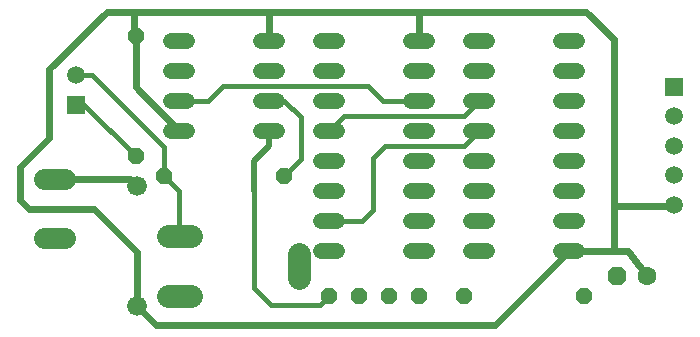
<source format=gbr>
G04 EAGLE Gerber RS-274X export*
G75*
%MOMM*%
%FSLAX34Y34*%
%LPD*%
%INTop Copper*%
%IPPOS*%
%AMOC8*
5,1,8,0,0,1.08239X$1,22.5*%
G01*
%ADD10P,1.429621X8X202.500000*%
%ADD11P,1.429621X8X22.500000*%
%ADD12C,1.320800*%
%ADD13P,1.429621X8X292.500000*%
%ADD14C,1.981200*%
%ADD15P,1.732040X8X202.500000*%
%ADD16C,1.600200*%
%ADD17C,1.676400*%
%ADD18R,1.508000X1.508000*%
%ADD19C,1.508000*%
%ADD20C,1.790700*%
%ADD21C,0.152400*%
%ADD22C,0.406400*%
%ADD23C,0.609600*%
%ADD24C,0.508000*%


D10*
X368300Y38100D03*
X342900Y38100D03*
D11*
X292100Y38100D03*
X317500Y38100D03*
D12*
X171704Y254000D02*
X158496Y254000D01*
X158496Y228600D02*
X171704Y228600D01*
X234696Y228600D02*
X247904Y228600D01*
X247904Y254000D02*
X234696Y254000D01*
X171704Y203200D02*
X158496Y203200D01*
X158496Y177800D02*
X171704Y177800D01*
X234696Y203200D02*
X247904Y203200D01*
X247904Y177800D02*
X234696Y177800D01*
X285496Y254000D02*
X298704Y254000D01*
X298704Y228600D02*
X285496Y228600D01*
X285496Y101600D02*
X298704Y101600D01*
X298704Y76200D02*
X285496Y76200D01*
X285496Y203200D02*
X298704Y203200D01*
X298704Y177800D02*
X285496Y177800D01*
X285496Y127000D02*
X298704Y127000D01*
X298704Y152400D02*
X285496Y152400D01*
X361696Y76200D02*
X374904Y76200D01*
X374904Y101600D02*
X361696Y101600D01*
X361696Y127000D02*
X374904Y127000D01*
X374904Y152400D02*
X361696Y152400D01*
X361696Y177800D02*
X374904Y177800D01*
X374904Y203200D02*
X361696Y203200D01*
X361696Y228600D02*
X374904Y228600D01*
X374904Y254000D02*
X361696Y254000D01*
X412496Y254000D02*
X425704Y254000D01*
X425704Y228600D02*
X412496Y228600D01*
X412496Y101600D02*
X425704Y101600D01*
X425704Y76200D02*
X412496Y76200D01*
X412496Y203200D02*
X425704Y203200D01*
X425704Y177800D02*
X412496Y177800D01*
X412496Y127000D02*
X425704Y127000D01*
X425704Y152400D02*
X412496Y152400D01*
X488696Y76200D02*
X501904Y76200D01*
X501904Y101600D02*
X488696Y101600D01*
X488696Y127000D02*
X501904Y127000D01*
X501904Y152400D02*
X488696Y152400D01*
X488696Y177800D02*
X501904Y177800D01*
X501904Y203200D02*
X488696Y203200D01*
X488696Y228600D02*
X501904Y228600D01*
X501904Y254000D02*
X488696Y254000D01*
D13*
X128270Y257810D03*
X128270Y156210D03*
D11*
X152400Y139700D03*
X254000Y139700D03*
D10*
X508000Y38100D03*
X406400Y38100D03*
D14*
X266700Y53594D02*
X266700Y73406D01*
X175006Y88900D02*
X155194Y88900D01*
X155194Y38100D02*
X175006Y38100D01*
D15*
X535940Y54610D03*
D16*
X561340Y54610D03*
D17*
X129540Y130810D03*
X129540Y29210D03*
D18*
X584200Y215100D03*
D19*
X584200Y190100D03*
X584200Y165100D03*
X584200Y140100D03*
X584200Y115100D03*
D18*
X77470Y199790D03*
D19*
X77470Y224790D03*
D20*
X68644Y136760D02*
X50737Y136760D01*
X50737Y86760D02*
X68644Y86760D01*
D21*
X151384Y139700D02*
X152400Y139700D01*
D22*
X165100Y127000D01*
X165100Y88900D01*
X91440Y224790D02*
X77470Y224790D01*
X91440Y224790D02*
X152400Y163830D01*
X152400Y139700D01*
D23*
X127000Y259080D02*
X127000Y278792D01*
X241300Y278792D01*
X368300Y278792D01*
X509878Y278792D01*
X368300Y278792D02*
X368300Y254000D01*
X509878Y278792D02*
X533400Y255270D01*
X533400Y114300D01*
X533400Y76200D01*
X495300Y76200D02*
X432308Y13208D01*
X128270Y214630D02*
X128270Y257810D01*
X128270Y214630D02*
X165100Y177800D01*
X128270Y257810D02*
X127000Y259080D01*
X241300Y254000D02*
X241300Y278792D01*
X129540Y29210D02*
X145542Y13208D01*
X432308Y13208D01*
X495300Y76200D02*
X533400Y76200D01*
X544830Y76200D01*
X561340Y54610D01*
X583400Y114300D02*
X584200Y115100D01*
X583400Y114300D02*
X533400Y114300D01*
X103532Y278792D02*
X54610Y229870D01*
X54610Y171450D02*
X30480Y147320D01*
X30480Y119380D01*
X38100Y111760D02*
X92710Y111760D01*
X129540Y74930D01*
X129540Y29210D01*
X127000Y278792D02*
X103532Y278792D01*
X54610Y229870D02*
X54610Y171450D01*
X30480Y119380D02*
X38100Y111760D01*
D22*
X241300Y203200D02*
X254000Y203200D01*
X267970Y189230D01*
X267970Y153670D01*
X254000Y139700D01*
X84690Y199790D02*
X77470Y199790D01*
X84690Y199790D02*
X128270Y156210D01*
D24*
X241300Y165100D02*
X241300Y177800D01*
X241300Y165100D02*
X228600Y152400D01*
X228600Y127000D01*
D22*
X228600Y44450D01*
X242570Y30480D01*
X284480Y30480D01*
X292100Y38100D01*
X337820Y203200D02*
X368300Y203200D01*
X201930Y215900D02*
X189230Y203200D01*
X165100Y203200D01*
X325120Y215900D02*
X337820Y203200D01*
X325120Y215900D02*
X201930Y215900D01*
X292100Y177800D02*
X304800Y190500D01*
X406400Y190500D02*
X419100Y203200D01*
X406400Y190500D02*
X304800Y190500D01*
X292100Y101600D02*
X320040Y101600D01*
X328930Y110490D01*
X328930Y154940D01*
X339090Y165100D01*
X406400Y165100D02*
X419100Y177800D01*
X406400Y165100D02*
X339090Y165100D01*
D23*
X123590Y136760D02*
X59690Y136760D01*
X123590Y136760D02*
X129540Y130810D01*
M02*

</source>
